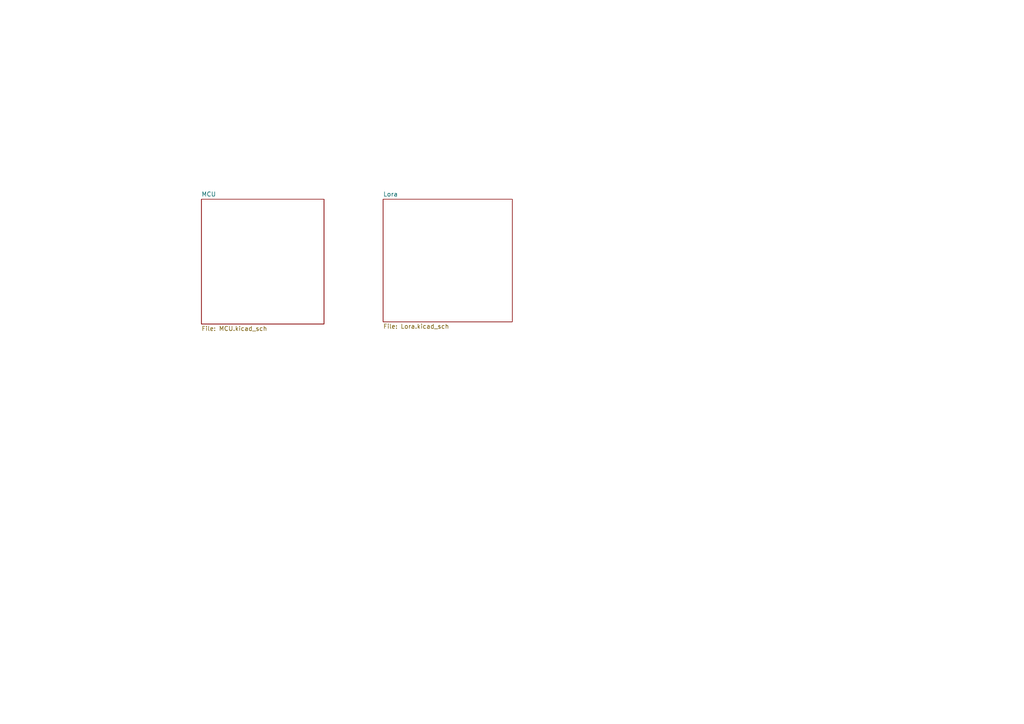
<source format=kicad_sch>
(kicad_sch (version 20230121) (generator eeschema)
  (paper "A4")
  (lib_symbols)
  (sheet (at 58.42 57.785) (size 35.56 36.195) (stroke (width 0.1524))
    (property "Sheetname" "MCU" (at 58.42 57.0734 0) (effects (justify left bottom)))
    (property "Sheetfile" "MCU.kicad_sch" (at 58.42 94.5646 0) (effects (justify left top)))
  )
  (sheet (at 111.125 57.785) (size 37.465 35.56) (stroke (width 0.1524))
    (property "Sheetname" "Lora" (at 111.125 57.0734 0) (effects (justify left bottom)))
    (property "Sheetfile" "Lora.kicad_sch" (at 111.125 93.9296 0) (effects (justify left top)))
  )
)
</source>
